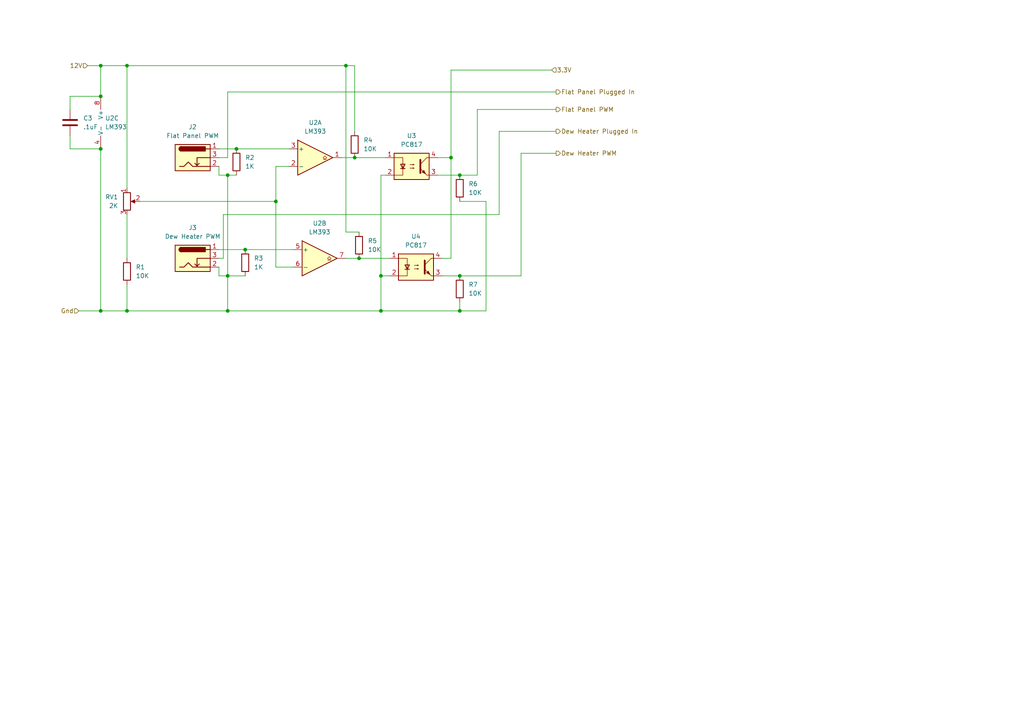
<source format=kicad_sch>
(kicad_sch (version 20250114) (generator "eeschema") (generator_version "9.0")
  (paper "A4")
  (lib_symbols
    (symbol "Comparator:LM393" (pin_names (offset 0.127))
      (property "Reference" "U" (at 3.81 3.81 0))
      (property "Value" "LM393" (at 6.35 -3.81 0))
      (symbol "LM393_1_1"
        (polyline (pts (xy -5.08 5.08) (xy 5.08 0) (xy -5.08 -5.08) (xy -5.08 5.08)) (stroke (width 0.254)) (fill (type background)))
        (polyline (pts (xy 3.302 -0.508) (xy 2.794 -0.508) (xy 3.302 0) (xy 2.794 0.508) (xy 2.286 0) (xy 2.794 -0.508) (xy 2.286 -0.508)) (stroke (width 0.127)))
        (pin input line (at -7.62 2.54 0) (length 2.54) (name "+") (number "3"))
        (pin input line (at -7.62 -2.54 0) (length 2.54) (name "-") (number "2"))
        (pin open_collector line (at 7.62 0 180) (length 2.54) (name "~") (number "1"))
      )
      (symbol "LM393_2_1"
        (polyline (pts (xy -5.08 5.08) (xy 5.08 0) (xy -5.08 -5.08) (xy -5.08 5.08)) (stroke (width 0.254)) (fill (type background)))
        (polyline (pts (xy 3.302 -0.508) (xy 2.794 -0.508) (xy 3.302 0) (xy 2.794 0.508) (xy 2.286 0) (xy 2.794 -0.508) (xy 2.286 -0.508)) (stroke (width 0.127)))
        (pin input line (at -7.62 2.54 0) (length 2.54) (name "+") (number "5"))
        (pin input line (at -7.62 -2.54 0) (length 2.54) (name "-") (number "6"))
        (pin open_collector line (at 7.62 0 180) (length 2.54) (name "~") (number "7"))
      )
      (symbol "LM393_3_1"
        (pin power_in line (at -2.54 7.62 270) (length 3.81) (name "V+") (number "8"))
        (pin power_in line (at -2.54 -7.62 90) (length 3.81) (name "V-") (number "4"))
      )
    )
    (symbol "Connector:Barrel_Jack_Switch" (pin_names (hide yes))
      (property "Reference" "J" (at 0 5.334 0))
      (property "Value" "Barrel_Jack_Switch" (at 0 -5.08 0))
      (symbol "Barrel_Jack_Switch_0_1"
        (rectangle (start -5.08 3.81) (end 5.08 -3.81) (stroke (width 0.254)) (fill (type background)))
        (polyline (pts (xy -3.81 -2.54) (xy -2.54 -2.54) (xy -1.27 -1.27) (xy 0 -2.54) (xy 2.54 -2.54) (xy 5.08 -2.54)) (stroke (width 0.254)))
        (arc (start -3.302 1.905) (mid -3.9343 2.54) (end -3.302 3.175) (stroke (width 0.254)))
        (arc (start -3.302 1.905) (mid -3.9343 2.54) (end -3.302 3.175) (stroke (width 0.254)) (fill (type outline)))
        (polyline (pts (xy 1.27 -2.286) (xy 1.905 -1.651)) (stroke (width 0.254)))
        (rectangle (start 3.683 3.175) (end -3.302 1.905) (stroke (width 0.254)) (fill (type outline)))
        (polyline (pts (xy 5.08 2.54) (xy 3.81 2.54)) (stroke (width 0.254)))
        (polyline (pts (xy 5.08 0) (xy 1.27 0) (xy 1.27 -2.286) (xy 0.635 -1.651)) (stroke (width 0.254)))
      )
      (symbol "Barrel_Jack_Switch_1_1"
        (pin passive line (at 7.62 2.54 180) (length 2.54) (name "~") (number "1"))
        (pin passive line (at 7.62 0 180) (length 2.54) (name "~") (number "3"))
        (pin passive line (at 7.62 -2.54 180) (length 2.54) (name "~") (number "2"))
      )
    )
    (symbol "Device:C" (pin_numbers (hide yes)) (pin_names (offset 0.254))
      (property "Reference" "C" (at 0.635 2.54 0))
      (property "Value" "C" (at 0.635 -2.54 0))
      (symbol "C_0_1"
        (polyline (pts (xy -2.032 0.762) (xy 2.032 0.762)) (stroke (width 0.508)))
        (polyline (pts (xy -2.032 -0.762) (xy 2.032 -0.762)) (stroke (width 0.508)))
      )
      (symbol "C_1_1"
        (pin passive line (at 0 3.81 270) (length 2.794) (name "~") (number "1"))
        (pin passive line (at 0 -3.81 90) (length 2.794) (name "~") (number "2"))
      )
    )
    (symbol "Device:R" (pin_numbers (hide yes)) (pin_names (offset 0))
      (property "Reference" "R" (at 2.032 0 90))
      (property "Value" "R" (at 0 0 90))
      (symbol "R_0_1"
        (rectangle (start -1.016 -2.54) (end 1.016 2.54) (stroke (width 0.254)))
      )
      (symbol "R_1_1"
        (pin passive line (at 0 3.81 270) (length 1.27) (name "~") (number "1"))
        (pin passive line (at 0 -3.81 90) (length 1.27) (name "~") (number "2"))
      )
    )
    (symbol "Device:R_Potentiometer" (pin_names (offset 1.016) (hide yes))
      (property "Reference" "RV" (at -4.445 0 90))
      (property "Value" "R_Potentiometer" (at -2.54 0 90))
      (symbol "R_Potentiometer_0_1"
        (rectangle (start 1.016 2.54) (end -1.016 -2.54) (stroke (width 0.254)))
        (polyline (pts (xy 1.143 0) (xy 2.286 0.508) (xy 2.286 -0.508) (xy 1.143 0)) (fill (type outline)))
        (polyline (pts (xy 2.54 0) (xy 1.524 0)))
      )
      (symbol "R_Potentiometer_1_1"
        (pin passive line (at 0 3.81 270) (length 1.27) (name "1") (number "1"))
        (pin passive line (at 0 -3.81 90) (length 1.27) (name "3") (number "3"))
        (pin passive line (at 3.81 0 180) (length 1.27) (name "2") (number "2"))
      )
    )
    (symbol "Isolator:PC817" (pin_names (offset 1.016))
      (property "Reference" "U" (at -5.08 5.08 0))
      (property "Value" "PC817" (at 0 5.08 0))
      (symbol "PC817_0_1"
        (rectangle (start -5.08 3.81) (end 5.08 -3.81) (stroke (width 0.254)) (fill (type background)))
        (polyline (pts (xy -5.08 2.54) (xy -2.54 2.54) (xy -2.54 -0.635)))
        (polyline (pts (xy -3.175 -0.635) (xy -1.905 -0.635)) (stroke (width 0.254)))
        (polyline (pts (xy -2.54 -0.635) (xy -2.54 -2.54) (xy -5.08 -2.54)))
        (polyline (pts (xy -2.54 -0.635) (xy -3.175 0.635) (xy -1.905 0.635) (xy -2.54 -0.635)) (stroke (width 0.254)))
        (polyline (pts (xy -0.508 0.508) (xy 0.762 0.508) (xy 0.381 0.381) (xy 0.381 0.635) (xy 0.762 0.508)))
        (polyline (pts (xy -0.508 -0.508) (xy 0.762 -0.508) (xy 0.381 -0.635) (xy 0.381 -0.381) (xy 0.762 -0.508)))
        (polyline (pts (xy 2.54 1.905) (xy 2.54 -1.905) (xy 2.54 -1.905)) (stroke (width 0.508)))
        (polyline (pts (xy 2.54 0.635) (xy 4.445 2.54)))
        (polyline (pts (xy 3.048 -1.651) (xy 3.556 -1.143) (xy 4.064 -2.159) (xy 3.048 -1.651) (xy 3.048 -1.651)) (fill (type outline)))
        (polyline (pts (xy 4.445 2.54) (xy 5.08 2.54)))
        (polyline (pts (xy 4.445 -2.54) (xy 2.54 -0.635)) (fill (type outline)))
        (polyline (pts (xy 4.445 -2.54) (xy 5.08 -2.54)))
      )
      (symbol "PC817_1_1"
        (pin passive line (at -7.62 2.54 0) (length 2.54) (name "~") (number "1"))
        (pin passive line (at -7.62 -2.54 0) (length 2.54) (name "~") (number "2"))
        (pin passive line (at 7.62 2.54 180) (length 2.54) (name "~") (number "4"))
        (pin passive line (at 7.62 -2.54 180) (length 2.54) (name "~") (number "3"))
      )
    )
  )
  (junction (at 80.01 58.42))
  (junction (at 71.12 72.39))
  (junction (at 100.33 19.05))
  (junction (at 66.04 50.8))
  (junction (at 68.58 43.18))
  (junction (at 102.87 45.72))
  (junction (at 36.83 90.17))
  (junction (at 66.04 80.01))
  (junction (at 29.21 90.17))
  (junction (at 130.81 45.72))
  (junction (at 29.21 27.94))
  (junction (at 133.35 50.8))
  (junction (at 29.21 43.18))
  (junction (at 110.49 90.17))
  (junction (at 29.21 19.05))
  (junction (at 133.35 90.17))
  (junction (at 66.04 90.17))
  (junction (at 133.35 80.01))
  (junction (at 36.83 19.05))
  (junction (at 110.49 80.01))
  (junction (at 104.14 74.93))
  (wire (pts (xy 128.27 74.93) (xy 130.81 74.93)))
  (wire (pts (xy 160.02 20.32) (xy 130.81 20.32)))
  (wire (pts (xy 20.32 43.18) (xy 29.21 43.18)))
  (wire (pts (xy 104.14 74.93) (xy 113.03 74.93)))
  (wire (pts (xy 161.29 44.45) (xy 151.13 44.45)))
  (wire (pts (xy 138.43 50.8) (xy 133.35 50.8)))
  (wire (pts (xy 138.43 31.75) (xy 138.43 50.8)))
  (wire (pts (xy 102.87 19.05) (xy 100.33 19.05)))
  (wire (pts (xy 71.12 72.39) (xy 85.09 72.39)))
  (wire (pts (xy 66.04 50.8) (xy 68.58 50.8)))
  (wire (pts (xy 29.21 19.05) (xy 29.21 27.94)))
  (wire (pts (xy 36.83 90.17) (xy 29.21 90.17)))
  (wire (pts (xy 80.01 48.26) (xy 83.82 48.26)))
  (wire (pts (xy 133.35 90.17) (xy 110.49 90.17)))
  (wire (pts (xy 63.5 80.01) (xy 66.04 80.01)))
  (wire (pts (xy 133.35 87.63) (xy 133.35 90.17)))
  (wire (pts (xy 130.81 45.72) (xy 127 45.72)))
  (wire (pts (xy 36.83 62.23) (xy 36.83 74.93)))
  (wire (pts (xy 63.5 43.18) (xy 68.58 43.18)))
  (wire (pts (xy 22.86 90.17) (xy 29.21 90.17)))
  (wire (pts (xy 36.83 19.05) (xy 29.21 19.05)))
  (wire (pts (xy 20.32 27.94) (xy 29.21 27.94)))
  (wire (pts (xy 64.77 74.93) (xy 64.77 62.23)))
  (wire (pts (xy 80.01 58.42) (xy 80.01 48.26)))
  (wire (pts (xy 127 50.8) (xy 133.35 50.8)))
  (wire (pts (xy 140.97 90.17) (xy 133.35 90.17)))
  (wire (pts (xy 36.83 54.61) (xy 36.83 19.05)))
  (wire (pts (xy 66.04 45.72) (xy 66.04 26.67)))
  (wire (pts (xy 68.58 43.18) (xy 83.82 43.18)))
  (wire (pts (xy 66.04 90.17) (xy 66.04 80.01)))
  (wire (pts (xy 110.49 80.01) (xy 113.03 80.01)))
  (wire (pts (xy 85.09 77.47) (xy 80.01 77.47)))
  (wire (pts (xy 100.33 67.31) (xy 100.33 19.05)))
  (wire (pts (xy 66.04 50.8) (xy 66.04 80.01)))
  (wire (pts (xy 151.13 80.01) (xy 133.35 80.01)))
  (wire (pts (xy 104.14 67.31) (xy 100.33 67.31)))
  (wire (pts (xy 63.5 50.8) (xy 66.04 50.8)))
  (wire (pts (xy 36.83 90.17) (xy 66.04 90.17)))
  (wire (pts (xy 140.97 58.42) (xy 140.97 90.17)))
  (wire (pts (xy 66.04 80.01) (xy 71.12 80.01)))
  (wire (pts (xy 128.27 80.01) (xy 133.35 80.01)))
  (wire (pts (xy 63.5 72.39) (xy 71.12 72.39)))
  (wire (pts (xy 25.4 19.05) (xy 29.21 19.05)))
  (wire (pts (xy 102.87 38.1) (xy 102.87 19.05)))
  (wire (pts (xy 99.06 45.72) (xy 102.87 45.72)))
  (wire (pts (xy 80.01 77.47) (xy 80.01 58.42)))
  (wire (pts (xy 29.21 90.17) (xy 29.21 43.18)))
  (wire (pts (xy 63.5 77.47) (xy 63.5 80.01)))
  (wire (pts (xy 66.04 90.17) (xy 110.49 90.17)))
  (wire (pts (xy 161.29 31.75) (xy 138.43 31.75)))
  (wire (pts (xy 63.5 74.93) (xy 64.77 74.93)))
  (wire (pts (xy 100.33 19.05) (xy 36.83 19.05)))
  (wire (pts (xy 40.64 58.42) (xy 80.01 58.42)))
  (wire (pts (xy 20.32 31.75) (xy 20.32 27.94)))
  (wire (pts (xy 151.13 44.45) (xy 151.13 80.01)))
  (wire (pts (xy 36.83 82.55) (xy 36.83 90.17)))
  (wire (pts (xy 102.87 45.72) (xy 111.76 45.72)))
  (wire (pts (xy 64.77 62.23) (xy 144.78 62.23)))
  (wire (pts (xy 110.49 50.8) (xy 110.49 80.01)))
  (wire (pts (xy 130.81 74.93) (xy 130.81 45.72)))
  (wire (pts (xy 63.5 45.72) (xy 66.04 45.72)))
  (wire (pts (xy 111.76 50.8) (xy 110.49 50.8)))
  (wire (pts (xy 133.35 58.42) (xy 140.97 58.42)))
  (wire (pts (xy 100.33 74.93) (xy 104.14 74.93)))
  (wire (pts (xy 110.49 80.01) (xy 110.49 90.17)))
  (wire (pts (xy 130.81 20.32) (xy 130.81 45.72)))
  (wire (pts (xy 20.32 39.37) (xy 20.32 43.18)))
  (wire (pts (xy 63.5 48.26) (xy 63.5 50.8)))
  (wire (pts (xy 144.78 38.1) (xy 161.29 38.1)))
  (wire (pts (xy 144.78 62.23) (xy 144.78 38.1)))
  (wire (pts (xy 66.04 26.67) (xy 161.29 26.67)))
  (hierarchical_label "Flat Panel Plugged In" (shape output) (at 161.29 26.67 0))
  (hierarchical_label "Dew Heater Plugged In" (shape output) (at 161.29 38.1 0))
  (hierarchical_label "Dew Heater PWM" (shape output) (at 161.29 44.45 0))
  (hierarchical_label "Gnd" (shape input) (at 22.86 90.17 180))
  (hierarchical_label "12V" (shape input) (at 25.4 19.05 180))
  (hierarchical_label "3.3V" (shape input) (at 160.02 20.32 0))
  (hierarchical_label "Flat Panel PWM" (shape output) (at 161.29 31.75 0))
  (symbol (lib_id "Device:R") (at 71.12 76.2 0) (unit 1)
    (property "Reference" "R3" (at 73.66 74.9299 0) (effects (justify left)))
    (property "Value" "1K" (at 73.66 77.4699 0) (effects (justify left)))
    (property "Footprint" "Resistor_THT:R_Axial_DIN0204_L3.6mm_D1.6mm_P5.08mm_Horizontal" (effects (hide yes)))
    (property "Description" "Resistor" (effects (hide yes)))
  )
  (symbol (lib_id "Device:R") (at 104.14 71.12 0) (unit 1)
    (property "Reference" "R5" (at 106.68 69.8499 0) (effects (justify left)))
    (property "Value" "10K" (at 106.68 72.3899 0) (effects (justify left)))
    (property "Footprint" "Resistor_THT:R_Axial_DIN0204_L3.6mm_D1.6mm_P5.08mm_Horizontal" (effects (hide yes)))
    (property "Description" "Resistor" (effects (hide yes)))
  )
  (symbol (lib_id "Comparator:LM393") (at 91.44 45.72 0) (unit 1)
    (property "Reference" "U2" (at 91.44 35.56 0))
    (property "Value" "LM393" (at 91.44 38.1 0))
    (property "Footprint" "Package_DIP:DIP-8_W7.62mm_Socket" (effects (hide yes)))
    (property "Datasheet" "http://www.ti.com/lit/ds/symlink/lm393.pdf" (effects (hide yes)))
    (property "Description" "Low-Power, Low-Offset Voltage, Dual Comparators, DIP-8/SOIC-8/TO-99-8" (effects (hide yes)))
  )
  (symbol (lib_id "Device:R_Potentiometer") (at 36.83 58.42 0) (unit 1)
    (property "Reference" "RV1" (at 34.29 57.1499 0) (effects (justify right)))
    (property "Value" "2K" (at 34.29 59.6899 0) (effects (justify right)))
    (property "Footprint" "Potentiometer_THT:Potentiometer_Runtron_RM-065_Vertical" (effects (hide yes)))
    (property "Description" "Potentiometer" (effects (hide yes)))
  )
  (symbol (lib_id "Device:R") (at 102.87 41.91 0) (unit 1)
    (property "Reference" "R4" (at 105.41 40.6399 0) (effects (justify left)))
    (property "Value" "10K" (at 105.41 43.1799 0) (effects (justify left)))
    (property "Footprint" "Resistor_THT:R_Axial_DIN0204_L3.6mm_D1.6mm_P5.08mm_Horizontal" (effects (hide yes)))
    (property "Description" "Resistor" (effects (hide yes)))
  )
  (symbol (lib_id "Isolator:PC817") (at 119.38 48.26 0) (unit 1)
    (property "Reference" "U3" (at 119.38 39.37 0))
    (property "Value" "PC817" (at 119.38 41.91 0))
    (property "Footprint" "Package_DIP:DIP-4_W7.62mm" (effects (hide yes)))
    (property "Datasheet" "http://www.soselectronic.cz/a_info/resource/d/pc817.pdf" (effects (hide yes)))
    (property "Description" "DC Optocoupler, Vce 35V, CTR 50-300%, DIP-4" (effects (hide yes)))
  )
  (symbol (lib_id "Device:R") (at 36.83 78.74 0) (unit 1)
    (property "Reference" "R1" (at 39.37 77.4699 0) (effects (justify left)))
    (property "Value" "10K" (at 39.37 80.0099 0) (effects (justify left)))
    (property "Footprint" "Resistor_THT:R_Axial_DIN0204_L3.6mm_D1.6mm_P5.08mm_Horizontal" (effects (hide yes)))
    (property "Description" "Resistor" (effects (hide yes)))
  )
  (symbol (lib_id "Comparator:LM393") (at 31.75 35.56 0) (unit 3)
    (property "Reference" "U2" (at 30.48 34.2899 0) (effects (justify left)))
    (property "Value" "LM393" (at 30.48 36.8299 0) (effects (justify left)))
    (property "Footprint" "Package_DIP:DIP-8_W7.62mm_Socket" (effects (hide yes)))
    (property "Datasheet" "http://www.ti.com/lit/ds/symlink/lm393.pdf" (effects (hide yes)))
    (property "Description" "Low-Power, Low-Offset Voltage, Dual Comparators, DIP-8/SOIC-8/TO-99-8" (effects (hide yes)))
  )
  (symbol (lib_id "Connector:Barrel_Jack_Switch") (at 55.88 45.72 0) (unit 1)
    (property "Reference" "J2" (at 55.88 36.83 0))
    (property "Value" "Flat Panel PWM" (at 55.88 39.37 0))
    (property "Footprint" "Connector_BarrelJack:BarrelJack_Horizontal" (effects (hide yes)))
    (property "Description" "DC Barrel Jack with an internal switch" (effects (hide yes)))
  )
  (symbol (lib_id "Isolator:PC817") (at 120.65 77.47 0) (unit 1)
    (property "Reference" "U4" (at 120.65 68.58 0))
    (property "Value" "PC817" (at 120.65 71.12 0))
    (property "Footprint" "Package_DIP:DIP-4_W7.62mm" (effects (hide yes)))
    (property "Datasheet" "http://www.soselectronic.cz/a_info/resource/d/pc817.pdf" (effects (hide yes)))
    (property "Description" "DC Optocoupler, Vce 35V, CTR 50-300%, DIP-4" (effects (hide yes)))
  )
  (symbol (lib_id "Comparator:LM393") (at 92.71 74.93 0) (unit 2)
    (property "Reference" "U2" (at 92.71 64.77 0))
    (property "Value" "LM393" (at 92.71 67.31 0))
    (property "Footprint" "Package_DIP:DIP-8_W7.62mm_Socket" (effects (hide yes)))
    (property "Datasheet" "http://www.ti.com/lit/ds/symlink/lm393.pdf" (effects (hide yes)))
    (property "Description" "Low-Power, Low-Offset Voltage, Dual Comparators, DIP-8/SOIC-8/TO-99-8" (effects (hide yes)))
  )
  (symbol (lib_id "Device:R") (at 133.35 54.61 0) (unit 1)
    (property "Reference" "R6" (at 135.89 53.3399 0) (effects (justify left)))
    (property "Value" "10K" (at 135.89 55.8799 0) (effects (justify left)))
    (property "Footprint" "Resistor_THT:R_Axial_DIN0204_L3.6mm_D1.6mm_P5.08mm_Horizontal" (effects (hide yes)))
    (property "Description" "Resistor" (effects (hide yes)))
  )
  (symbol (lib_id "Device:R") (at 133.35 83.82 0) (unit 1)
    (property "Reference" "R7" (at 135.89 82.5499 0) (effects (justify left)))
    (property "Value" "10K" (at 135.89 85.0899 0) (effects (justify left)))
    (property "Footprint" "Resistor_THT:R_Axial_DIN0204_L3.6mm_D1.6mm_P5.08mm_Horizontal" (effects (hide yes)))
    (property "Description" "Resistor" (effects (hide yes)))
  )
  (symbol (lib_id "Connector:Barrel_Jack_Switch") (at 55.88 74.93 0) (unit 1)
    (property "Reference" "J3" (at 55.88 66.04 0))
    (property "Value" "Dew Heater PWM" (at 55.88 68.58 0))
    (property "Footprint" "Connector_BarrelJack:BarrelJack_Horizontal" (effects (hide yes)))
    (property "Description" "DC Barrel Jack with an internal switch" (effects (hide yes)))
  )
  (symbol (lib_id "Device:R") (at 68.58 46.99 0) (unit 1)
    (property "Reference" "R2" (at 71.12 45.7199 0) (effects (justify left)))
    (property "Value" "1K" (at 71.12 48.2599 0) (effects (justify left)))
    (property "Footprint" "Resistor_THT:R_Axial_DIN0204_L3.6mm_D1.6mm_P5.08mm_Horizontal" (effects (hide yes)))
    (property "Description" "Resistor" (effects (hide yes)))
  )
  (symbol (lib_id "Device:C") (at 20.32 35.56 0) (unit 1)
    (property "Reference" "C3" (at 24.13 34.2899 0) (effects (justify left)))
    (property "Value" ".1uF" (at 24.13 36.8299 0) (effects (justify left)))
    (property "Footprint" "Capacitor_THT:C_Disc_D5.0mm_W2.5mm_P5.00mm" (effects (hide yes)))
    (property "Description" "Unpolarized capacitor" (effects (hide yes)))
  )
)
</source>
